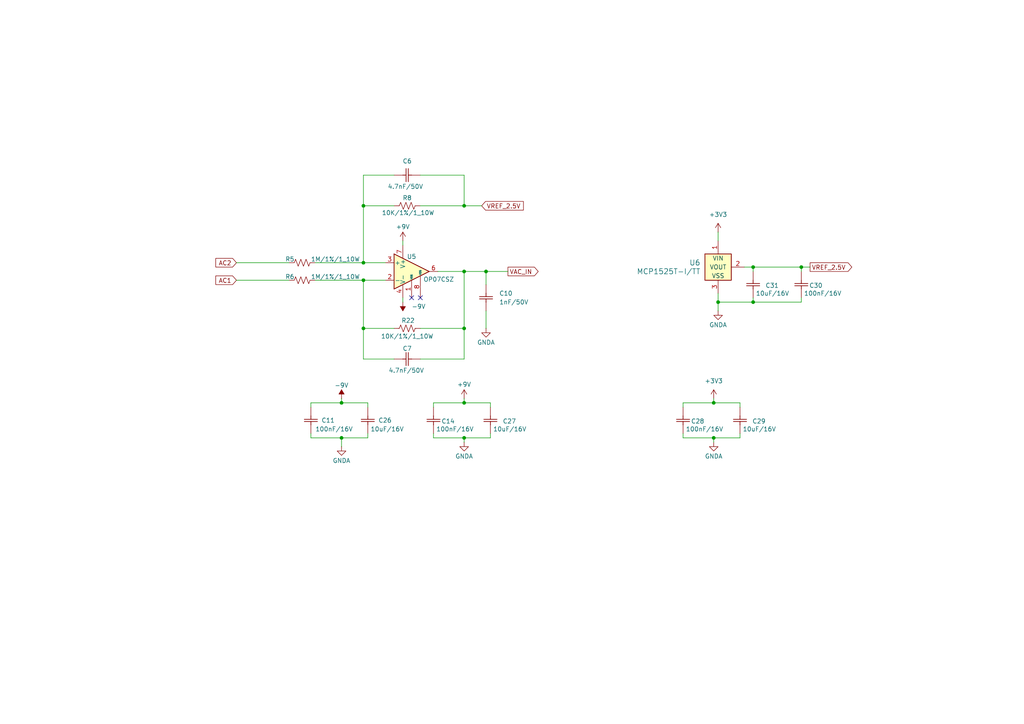
<source format=kicad_sch>
(kicad_sch (version 20231120) (generator "eeschema") (generator_version "8.0")
  (paper "A4")
  (title_block (title "ADC VOLTAGE MEASUREMENT") (date "2024-11-03") (rev "Ver 2.0") (company "Ho Chi Minh City University of Technology - HCMUT") (comment 1 "Design: QUOC THANG - DONG KHOA") (comment 2 "PROJECT 2: PFC & LLC - 350W"))
  (lib_symbols
    (symbol "charge_battery_sym_lib:Ceramic_Cap_SMD_100nF_16V" (pin_numbers hide) (pin_names hide)
      (property "Reference" "C" (at 1.016 2.794 0))
      (property "Value" "100nF/16V" (at 0.254 5.334 0))
      (symbol "Ceramic_Cap_SMD_100nF_16V_1_1"
        (polyline (pts (xy 1.27 0) (xy 2.2098 0)) (stroke (width 0.2032)))
        (polyline (pts (xy 2.2098 -1.905) (xy 2.2098 1.905)) (stroke (width 0.2032)))
        (polyline (pts (xy 2.8448 -1.905) (xy 2.8448 1.905)) (stroke (width 0.2032)))
        (polyline (pts (xy 2.8448 0) (xy 3.81 0)) (stroke (width 0.2032)))
        (pin unspecified line (at -1.27 0 0) (length 2.54) (name "") (number "1"))
        (pin unspecified line (at 6.35 0 180) (length 2.54) (name "") (number "2"))
      )
    )
    (symbol "charge_battery_sym_lib:Ceramic_Cap_SMD_10uF_16V" (pin_numbers hide) (pin_names hide)
      (property "Reference" "C" (at 2.286 2.794 0))
      (property "Value" "10uF/16V" (at 0.254 5.334 0))
      (symbol "Ceramic_Cap_SMD_10uF_16V_1_1"
        (polyline (pts (xy 2.54 0) (xy 3.4798 0)) (stroke (width 0.2032)))
        (polyline (pts (xy 3.4798 -1.905) (xy 3.4798 1.905)) (stroke (width 0.2032)))
        (polyline (pts (xy 4.1148 -1.905) (xy 4.1148 1.905)) (stroke (width 0.2032)))
        (polyline (pts (xy 4.1148 0) (xy 5.08 0)) (stroke (width 0.2032)))
        (pin unspecified line (at 0 0 0) (length 2.54) (name "") (number "1"))
        (pin unspecified line (at 7.62 0 180) (length 2.54) (name "") (number "2"))
      )
    )
    (symbol "charge_battery_sym_lib:Ceramic_Cap_SMD_1nF_50V" (pin_numbers hide) (pin_names hide)
      (property "Reference" "C" (at 1.016 2.794 0))
      (property "Value" "1nF/50V" (at 0.254 5.334 0))
      (symbol "Ceramic_Cap_SMD_1nF_50V_1_1"
        (polyline (pts (xy 1.27 0) (xy 2.2098 0)) (stroke (width 0.2032)))
        (polyline (pts (xy 2.2098 -1.905) (xy 2.2098 1.905)) (stroke (width 0.2032)))
        (polyline (pts (xy 2.8448 -1.905) (xy 2.8448 1.905)) (stroke (width 0.2032)))
        (polyline (pts (xy 2.8448 0) (xy 3.81 0)) (stroke (width 0.2032)))
        (pin unspecified line (at -1.27 0 0) (length 2.54) (name "") (number "1"))
        (pin unspecified line (at 6.35 0 180) (length 2.54) (name "") (number "2"))
      )
    )
    (symbol "charge_battery_sym_lib:Ceramic_Cap_SMD_4.7nF_50V" (pin_numbers hide) (pin_names hide)
      (property "Reference" "C" (at 2.286 2.794 0))
      (property "Value" "4.7nF/50V" (at 0.254 5.334 0))
      (symbol "Ceramic_Cap_SMD_4.7nF_50V_1_1"
        (polyline (pts (xy 2.54 0) (xy 3.4798 0)) (stroke (width 0.2032)))
        (polyline (pts (xy 3.4798 -1.905) (xy 3.4798 1.905)) (stroke (width 0.2032)))
        (polyline (pts (xy 4.1148 -1.905) (xy 4.1148 1.905)) (stroke (width 0.2032)))
        (polyline (pts (xy 4.1148 0) (xy 5.08 0)) (stroke (width 0.2032)))
        (pin unspecified line (at 0 0 0) (length 2.54) (name "") (number "1"))
        (pin unspecified line (at 7.62 0 180) (length 2.54) (name "") (number "2"))
      )
    )
    (symbol "charge_battery_sym_lib:MCP1525T-I_TT" (pin_names (offset 0.254) hide)
      (property "Reference" "U" (at -5.08 6.096 0))
      (property "Value" "MCP1525T-I/TT" (at 10.16 -4.318 0))
      (symbol "MCP1525T-I_TT_0_1"
        (pin unspecified line (at 0 8.89 270) (length 3.81) (name "VIN") (number "1"))
        (pin unspecified line (at 7.62 1.27 180) (length 3.81) (name "VOUT") (number "2"))
        (pin unspecified line (at 0 -6.35 90) (length 3.81) (name "VSS") (number "3"))
      )
      (symbol "MCP1525T-I_TT_1_1"
        (rectangle (start -3.81 5.08) (end 3.81 -2.54) (stroke (width 0.254)) (fill (type background)))
        (text "VIN" (at 0 3.81 0) (effects (font (size 1.27 1.27))))
        (text "VOUT" (at 0 1.27 0) (effects (font (size 1.27 1.27))))
        (text "VSS" (at 0 -1.27 0) (effects (font (size 1.27 1.27))))
      )
    )
    (symbol "charge_battery_sym_lib:OP07CSZ" (pin_names (offset 0.127))
      (property "Reference" "U" (at -1.778 12.954 0))
      (property "Value" "OP07CSZ" (at 9.652 1.27 0))
      (symbol "OP07CSZ_0_1"
        (polyline (pts (xy 0 10.16) (xy 10.16 5.08) (xy 0 0) (xy 0 10.16)) (stroke (width 0.254)) (fill (type background)))
      )
      (symbol "OP07CSZ_1_1"
        (pin input line (at 5.08 -2.54 90) (length 5.08) (name "VOS") (number "1"))
        (pin input line (at -2.54 2.54 0) (length 2.54) (name "-") (number "2"))
        (pin input line (at -2.54 7.62 0) (length 2.54) (name "+") (number "3"))
        (pin power_in line (at 2.54 -2.54 90) (length 3.81) (name "V-") (number "4"))
        (pin no_connect line (at 5.08 7.62 270) (length 2.54) hide (name "NC") (number "5"))
        (pin output line (at 12.7 5.08 180) (length 2.54) (name "~") (number "6"))
        (pin power_in line (at 2.54 12.7 270) (length 3.81) (name "V+") (number "7"))
        (pin input line (at 7.62 -2.54 90) (length 6.35) (name "VOS") (number "8"))
      )
    )
    (symbol "charge_battery_sym_lib:Res_10K_0603_1%" (pin_numbers hide) (pin_names hide)
      (property "Reference" "R" (at 2.794 3.81 0))
      (property "Value" "10K/1%/1_10W" (at 4.064 -2.54 0))
      (symbol "Res_10K_0603_1%_0_1"
        (polyline (pts (xy 1.524 0) (xy 1.27 0)))
        (polyline (pts (xy 6.096 0) (xy 6.35 0)))
        (polyline (pts (xy 1.524 0) (xy 1.905 1.016) (xy 2.286 0) (xy 2.667 -1.016) (xy 3.048 0)))
        (polyline (pts (xy 3.048 0) (xy 3.429 1.016) (xy 3.81 0) (xy 4.191 -1.016) (xy 4.572 0)))
        (polyline (pts (xy 4.572 0) (xy 4.953 1.016) (xy 5.334 0) (xy 5.715 -1.016) (xy 6.096 0)))
      )
      (symbol "Res_10K_0603_1%_1_1"
        (pin passive line (at 0 0 0) (length 1.27) (name "~") (number "1"))
        (pin passive line (at 7.62 0 180) (length 1.27) (name "~") (number "2"))
      )
    )
    (symbol "charge_battery_sym_lib:Res_1M_0603_1%" (pin_numbers hide) (pin_names hide)
      (property "Reference" "R" (at 3.556 2.54 0))
      (property "Value" "1M/1%/1_10W" (at 4.064 -2.54 0))
      (symbol "Res_1M_0603_1%_0_1"
        (polyline (pts (xy 1.524 0) (xy 1.27 0)))
        (polyline (pts (xy 6.096 0) (xy 6.35 0)))
        (polyline (pts (xy 1.524 0) (xy 1.905 1.016) (xy 2.286 0) (xy 2.667 -1.016) (xy 3.048 0)))
        (polyline (pts (xy 3.048 0) (xy 3.429 1.016) (xy 3.81 0) (xy 4.191 -1.016) (xy 4.572 0)))
        (polyline (pts (xy 4.572 0) (xy 4.953 1.016) (xy 5.334 0) (xy 5.715 -1.016) (xy 6.096 0)))
      )
      (symbol "Res_1M_0603_1%_1_1"
        (pin passive line (at 0 0 0) (length 1.27) (name "~") (number "1"))
        (pin passive line (at 7.62 0 180) (length 1.27) (name "~") (number "2"))
      )
    )
    (symbol "power:+3V3" (power) (pin_numbers hide) (pin_names (offset 0) hide)
      (property "Value" "+3V3" (at 0 3.556 0))
      (symbol "+3V3_0_1"
        (polyline (pts (xy -0.762 1.27) (xy 0 2.54)))
        (polyline (pts (xy 0 0) (xy 0 2.54)))
        (polyline (pts (xy 0 2.54) (xy 0.762 1.27)))
      )
      (symbol "+3V3_1_1"
        (pin power_in line (at 0 0 90) (length 0) (name "~") (number "1"))
      )
    )
    (symbol "power:+9V" (power) (pin_numbers hide) (pin_names (offset 0) hide)
      (property "Value" "+9V" (at 0 3.556 0))
      (symbol "+9V_0_1"
        (polyline (pts (xy -0.762 1.27) (xy 0 2.54)))
        (polyline (pts (xy 0 0) (xy 0 2.54)))
        (polyline (pts (xy 0 2.54) (xy 0.762 1.27)))
      )
      (symbol "+9V_1_1"
        (pin power_in line (at 0 0 90) (length 0) (name "~") (number "1"))
      )
    )
    (symbol "power:-9V" (power) (pin_numbers hide) (pin_names (offset 0) hide)
      (property "Value" "-9V" (at 0 3.556 0))
      (symbol "-9V_0_1"
        (polyline (pts (xy 0 0) (xy 0 2.54)))
        (polyline (pts (xy 0.762 1.27) (xy -0.762 1.27) (xy 0 2.54) (xy 0.762 1.27)) (fill (type outline)))
      )
      (symbol "-9V_1_1"
        (pin power_in line (at 0 0 90) (length 0) (name "~") (number "1"))
      )
    )
    (symbol "power:GNDA" (power) (pin_numbers hide) (pin_names (offset 0) hide)
      (property "Value" "GNDA" (at 0 -3.81 0))
      (symbol "GNDA_0_1"
        (polyline (pts (xy 0 0) (xy 0 -1.27) (xy 1.27 -1.27) (xy 0 -2.54) (xy -1.27 -1.27) (xy 0 -1.27)))
      )
      (symbol "GNDA_1_1"
        (pin power_in line (at 0 0 270) (length 0) (name "~") (number "1"))
      )
    )
  )
  (junction (at 207.01 116.84))
  (junction (at 207.01 127))
  (junction (at 232.41 77.47))
  (junction (at 208.28 87.63))
  (junction (at 134.62 78.74))
  (junction (at 99.06 127))
  (junction (at 105.41 81.28))
  (junction (at 105.41 59.69))
  (junction (at 218.44 77.47))
  (junction (at 218.44 87.63))
  (junction (at 105.41 76.2))
  (junction (at 99.06 116.84))
  (junction (at 134.62 95.25))
  (junction (at 134.62 127))
  (junction (at 134.62 116.84))
  (junction (at 105.41 95.25))
  (junction (at 140.97 78.74))
  (junction (at 134.62 59.69))
  (no_connect (at 121.92 86.36))
  (no_connect (at 119.38 86.36))
  (wire (pts (xy 121.92 50.8) (xy 134.62 50.8)))
  (wire (pts (xy 218.44 86.36) (xy 218.44 87.63)))
  (wire (pts (xy 208.28 87.63) (xy 208.28 85.09)))
  (wire (pts (xy 90.17 118.11) (xy 90.17 116.84)))
  (wire (pts (xy 218.44 77.47) (xy 232.41 77.47)))
  (wire (pts (xy 99.06 127) (xy 106.68 127)))
  (wire (pts (xy 207.01 127) (xy 214.63 127)))
  (wire (pts (xy 99.06 116.84) (xy 106.68 116.84)))
  (wire (pts (xy 207.01 115.57) (xy 207.01 116.84)))
  (wire (pts (xy 232.41 87.63) (xy 218.44 87.63)))
  (wire (pts (xy 215.9 77.47) (xy 218.44 77.47)))
  (wire (pts (xy 134.62 50.8) (xy 134.62 59.69)))
  (wire (pts (xy 105.41 59.69) (xy 114.3 59.69)))
  (wire (pts (xy 214.63 125.73) (xy 214.63 127)))
  (wire (pts (xy 140.97 90.17) (xy 140.97 95.25)))
  (wire (pts (xy 90.17 127) (xy 99.06 127)))
  (wire (pts (xy 114.3 104.14) (xy 105.41 104.14)))
  (wire (pts (xy 218.44 87.63) (xy 208.28 87.63)))
  (wire (pts (xy 198.12 125.73) (xy 198.12 127)))
  (wire (pts (xy 116.84 69.85) (xy 116.84 71.12)))
  (wire (pts (xy 134.62 78.74) (xy 140.97 78.74)))
  (wire (pts (xy 232.41 86.36) (xy 232.41 87.63)))
  (wire (pts (xy 68.58 76.2) (xy 83.82 76.2)))
  (wire (pts (xy 134.62 115.57) (xy 134.62 116.84)))
  (wire (pts (xy 91.44 76.2) (xy 105.41 76.2)))
  (wire (pts (xy 105.41 59.69) (xy 105.41 76.2)))
  (wire (pts (xy 232.41 77.47) (xy 234.95 77.47)))
  (wire (pts (xy 198.12 118.11) (xy 198.12 116.84)))
  (wire (pts (xy 114.3 50.8) (xy 105.41 50.8)))
  (wire (pts (xy 105.41 50.8) (xy 105.41 59.69)))
  (wire (pts (xy 121.92 59.69) (xy 134.62 59.69)))
  (wire (pts (xy 140.97 78.74) (xy 140.97 82.55)))
  (wire (pts (xy 198.12 127) (xy 207.01 127)))
  (wire (pts (xy 134.62 78.74) (xy 134.62 95.25)))
  (wire (pts (xy 106.68 116.84) (xy 106.68 118.11)))
  (wire (pts (xy 105.41 81.28) (xy 111.76 81.28)))
  (wire (pts (xy 218.44 77.47) (xy 218.44 78.74)))
  (wire (pts (xy 134.62 127) (xy 142.24 127)))
  (wire (pts (xy 105.41 104.14) (xy 105.41 95.25)))
  (wire (pts (xy 91.44 81.28) (xy 105.41 81.28)))
  (wire (pts (xy 134.62 116.84) (xy 142.24 116.84)))
  (wire (pts (xy 121.92 95.25) (xy 134.62 95.25)))
  (wire (pts (xy 134.62 59.69) (xy 139.7 59.69)))
  (wire (pts (xy 125.73 127) (xy 134.62 127)))
  (wire (pts (xy 90.17 125.73) (xy 90.17 127)))
  (wire (pts (xy 106.68 125.73) (xy 106.68 127)))
  (wire (pts (xy 99.06 129.54) (xy 99.06 127)))
  (wire (pts (xy 207.01 116.84) (xy 214.63 116.84)))
  (wire (pts (xy 68.58 81.28) (xy 83.82 81.28)))
  (wire (pts (xy 207.01 128.27) (xy 207.01 127)))
  (wire (pts (xy 116.84 86.36) (xy 116.84 87.63)))
  (wire (pts (xy 121.92 104.14) (xy 134.62 104.14)))
  (wire (pts (xy 198.12 116.84) (xy 207.01 116.84)))
  (wire (pts (xy 125.73 118.11) (xy 125.73 116.84)))
  (wire (pts (xy 214.63 116.84) (xy 214.63 118.11)))
  (wire (pts (xy 125.73 116.84) (xy 134.62 116.84)))
  (wire (pts (xy 134.62 128.27) (xy 134.62 127)))
  (wire (pts (xy 99.06 115.57) (xy 99.06 116.84)))
  (wire (pts (xy 232.41 77.47) (xy 232.41 78.74)))
  (wire (pts (xy 140.97 78.74) (xy 147.32 78.74)))
  (wire (pts (xy 125.73 125.73) (xy 125.73 127)))
  (wire (pts (xy 208.28 67.31) (xy 208.28 69.85)))
  (wire (pts (xy 208.28 90.17) (xy 208.28 87.63)))
  (wire (pts (xy 127 78.74) (xy 134.62 78.74)))
  (wire (pts (xy 105.41 76.2) (xy 111.76 76.2)))
  (wire (pts (xy 142.24 125.73) (xy 142.24 127)))
  (wire (pts (xy 90.17 116.84) (xy 99.06 116.84)))
  (wire (pts (xy 105.41 95.25) (xy 114.3 95.25)))
  (wire (pts (xy 142.24 116.84) (xy 142.24 118.11)))
  (wire (pts (xy 134.62 95.25) (xy 134.62 104.14)))
  (wire (pts (xy 105.41 81.28) (xy 105.41 95.25)))
  (global_label "AC1" (shape input) (at 68.58 81.28 180) (property "Intersheetrefs" "${INTERSHEET_REFS}" (effects (hide yes))))
  (global_label "AC2" (shape input) (at 68.58 76.2 180) (property "Intersheetrefs" "${INTERSHEET_REFS}" (effects (hide yes))))
  (global_label "VAC_IN" (shape output) (at 147.32 78.74 0) (property "Intersheetrefs" "${INTERSHEET_REFS}" (effects (hide yes))))
  (global_label "VREF_2.5V" (shape output) (at 234.95 77.47 0) (property "Intersheetrefs" "${INTERSHEET_REFS}" (effects (hide yes))))
  (global_label "VREF_2.5V" (shape input) (at 139.7 59.69 0) (property "Intersheetrefs" "${INTERSHEET_REFS}" (effects (hide yes))))
  (symbol (lib_id "charge_battery_sym_lib:Ceramic_Cap_SMD_4.7nF_50V") (at 114.3 50.8 0) (unit 1)
    (property "Reference" "C6" (at 118.11 46.736 0))
    (property "Value" "4.7nF/50V" (at 117.602 54.102 0))
    (property "Footprint" "charge_battery_footprint_lib:Ceramic_Cap_0603" (effects (hide yes)))
    (property "Description" "10%, 0603 (1608 Metric)" (effects (hide yes)))
    (property "Supply name" "Thegioiic" (effects (hide yes)))
    (property "Supply part number" "Tụ Gốm 0603 4.7nF 50V" (effects (hide yes)))
    (property "Supply URL" "https://www.thegioiic.com/tu-gom-0603-4-7nf-50v" (effects (hide yes)))
  )
  (symbol (lib_id "charge_battery_sym_lib:Ceramic_Cap_SMD_100nF_16V") (at 198.12 124.46 90) (unit 1)
    (property "Reference" "C28" (at 200.406 122.174 90) (effects (justify right)))
    (property "Value" "100nF/16V" (at 198.882 124.46 90) (effects (justify right)))
    (property "Footprint" "charge_battery_footprint_lib:Ceramic_Cap_0603" (effects (hide yes)))
    (property "Datasheet" "https://www.mouser.vn/datasheet/2/40/KYOCERA_AutoMLCCKAM-3106308.pdf" (effects (hide yes)))
    (property "Description" "10%, 0603 (1608 Metric)" (effects (hide yes)))
    (property "Supply name" "Thegioiic" (effects (hide yes)))
    (property "Supply part number" "Tụ Gốm 0603 100nF (0.1uF) 16V" (effects (hide yes)))
    (property "Supply URL" "https://www.thegioiic.com/tu-gom-0603-100nf-0-1uf-16v" (effects (hide yes)))
  )
  (symbol (lib_id "charge_battery_sym_lib:Res_10K_0603_1%") (at 114.3 95.25 0) (unit 1)
    (property "Reference" "R22" (at 118.364 92.964 0))
    (property "Value" "10K/1%/1_10W" (at 118.11 97.536 0))
    (property "Footprint" "charge_battery_footprint_lib:Res_0603" (effects (hide yes)))
    (property "Datasheet" "https://fscdn.rohm.com/en/products/databook/datasheet/passive/resistor/chip_resistor/esr-e.pdf" (effects (hide yes)))
    (property "Description" "Res 10 KOhm 0603 1%" (effects (hide yes)))
    (property "Supply name" "Thegioiic" (effects (hide yes)))
    (property "Supply part number" "Điện Trở 10 KOhm 0603 1%" (effects (hide yes)))
    (property "Supply URL" "https://www.thegioiic.com/dien-tro-10-kohm-0603-1-" (effects (hide yes)))
  )
  (symbol (lib_id "charge_battery_sym_lib:Res_1M_0603_1%") (at 83.82 76.2 0) (unit 1)
    (property "Reference" "R5" (at 84.074 75.184 0))
    (property "Value" "1M/1%/1_10W" (at 97.282 75.184 0))
    (property "Footprint" "charge_battery_footprint_lib:Res_0603" (effects (hide yes)))
    (property "Description" "Res 1MOhm 0603 1%" (effects (hide yes)))
    (property "Supply name" "Thegioiic" (effects (hide yes)))
    (property "Supply part number" "Điện Trở 1 MOhm 0603 1%" (effects (hide yes)))
    (property "Supply URL" "https://www.thegioiic.com/dien-tro-1-mohm-0603-1-" (effects (hide yes)))
  )
  (symbol (lib_id "charge_battery_sym_lib:Ceramic_Cap_SMD_10uF_16V") (at 106.68 125.73 90) (unit 1)
    (property "Reference" "C26" (at 109.728 121.92 90) (effects (justify right)))
    (property "Value" "10uF/16V" (at 107.442 124.46 90) (effects (justify right)))
    (property "Footprint" "charge_battery_footprint_lib:Ceramic_Cap_0603" (effects (hide yes)))
    (property "Datasheet" "https://www.mouser.vn/datasheet/2/40/KYOCERA_AutoMLCCKAM-3106308.pdf" (effects (hide yes)))
    (property "Description" "10%, 0603 (1608 Metric)" (effects (hide yes)))
    (property "Supply name" "Thegioiic" (effects (hide yes)))
    (property "Supply part number" "Tụ Gốm 0603 10uF 16V" (effects (hide yes)))
    (property "Supply URL" "https://www.thegioiic.com/tu-gom-0603-10uf-16v" (effects (hide yes)))
  )
  (symbol (lib_id "power:GNDA") (at 207.01 128.27 0) (unit 1)
    (property "Reference" "#PWR023" (effects (hide yes)))
    (property "Value" "GNDA" (at 207.01 132.334 0))
    (property "Description" "Power symbol creates a global label with name \"GNDA\" , analog ground" (effects (hide yes)))
  )
  (symbol (lib_id "charge_battery_sym_lib:Ceramic_Cap_SMD_1nF_50V") (at 140.97 88.9 90) (unit 1)
    (property "Reference" "C10" (at 144.78 85.0899 90) (effects (justify right)))
    (property "Value" "1nF/50V" (at 144.78 87.6299 90) (effects (justify right)))
    (property "Footprint" "charge_battery_footprint_lib:Ceramic_Cap_0603" (effects (hide yes)))
    (property "Datasheet" "https://www.mouser.vn/datasheet/2/40/KYOCERA_AutoMLCCKAM-3106308.pdf" (effects (hide yes)))
    (property "Description" "10%, 0603 (1608 Metric)" (effects (hide yes)))
    (property "Supply name" "Thegioiic" (effects (hide yes)))
    (property "Supply part number" "Tụ Gốm 0603 1nF 50V" (effects (hide yes)))
    (property "Supply URL" "https://www.thegioiic.com/tu-gom-0603-1nf-50v" (effects (hide yes)))
  )
  (symbol (lib_id "power:GNDA") (at 208.28 90.17 0) (unit 1)
    (property "Reference" "#PWR021" (effects (hide yes)))
    (property "Value" "GNDA" (at 208.28 94.234 0))
    (property "Description" "Power symbol creates a global label with name \"GNDA\" , analog ground" (effects (hide yes)))
  )
  (symbol (lib_id "charge_battery_sym_lib:Res_1M_0603_1%") (at 83.82 81.28 0) (unit 1)
    (property "Reference" "R6" (at 84.074 80.264 0))
    (property "Value" "1M/1%/1_10W" (at 97.282 80.264 0))
    (property "Footprint" "charge_battery_footprint_lib:Res_0603" (effects (hide yes)))
    (property "Description" "Res 1MOhm 0603 1%" (effects (hide yes)))
    (property "Supply name" "Thegioiic" (effects (hide yes)))
    (property "Supply part number" "Điện Trở 1 MOhm 0603 1%" (effects (hide yes)))
    (property "Supply URL" "https://www.thegioiic.com/dien-tro-1-mohm-0603-1-" (effects (hide yes)))
  )
  (symbol (lib_id "charge_battery_sym_lib:Ceramic_Cap_SMD_10uF_16V") (at 218.44 86.36 90) (unit 1)
    (property "Reference" "C31" (at 221.996 82.804 90) (effects (justify right)))
    (property "Value" "10uF/16V" (at 219.202 85.09 90) (effects (justify right)))
    (property "Footprint" "charge_battery_footprint_lib:Ceramic_Cap_0603" (effects (hide yes)))
    (property "Datasheet" "https://www.mouser.vn/datasheet/2/40/KYOCERA_AutoMLCCKAM-3106308.pdf" (effects (hide yes)))
    (property "Description" "10%, 0603 (1608 Metric)" (effects (hide yes)))
    (property "Supply name" "Thegioiic" (effects (hide yes)))
    (property "Supply part number" "Tụ Gốm 0603 10uF 16V" (effects (hide yes)))
    (property "Supply URL" "https://www.thegioiic.com/tu-gom-0603-10uf-16v" (effects (hide yes)))
  )
  (symbol (lib_id "charge_battery_sym_lib:OP07CSZ") (at 114.3 83.82 0) (unit 1)
    (property "Reference" "U5" (at 119.38 74.422 0))
    (property "Value" "OP07CSZ" (at 127.254 81.026 0))
    (property "Footprint" "charge_battery_footprint_lib:SOIC-8" (effects (hide yes)))
    (property "Datasheet" "https://www.analog.com/media/en/technical-documentation/data-sheets/OP07.pdf" (effects (hide yes)))
    (property "Description" "OP07CSZ IC OPAMP General Purpose Amplifier 1 Circuit 600Khz, 8-SOIC" (effects (hide yes)))
    (property "Supply name " "Thegioiic" (effects (hide yes)))
    (property "Supply part number" "OP07CSZ IC OPAMP General Purpose Amplifier" (effects (hide yes)))
    (property "Supply URL" "https://www.thegioiic.com/op07csz-ic-opamp-general-purpose-amplifier-1-circuit-600khz-8-soic" (effects (hide yes)))
  )
  (symbol (lib_id "power:GNDA") (at 99.06 129.54 0) (unit 1)
    (property "Reference" "#PWR018" (effects (hide yes)))
    (property "Value" "GNDA" (at 99.06 133.604 0))
    (property "Description" "Power symbol creates a global label with name \"GNDA\" , analog ground" (effects (hide yes)))
  )
  (symbol (lib_id "charge_battery_sym_lib:Ceramic_Cap_SMD_100nF_16V") (at 90.17 124.46 90) (unit 1)
    (property "Reference" "C11" (at 93.218 121.92 90) (effects (justify right)))
    (property "Value" "100nF/16V" (at 91.44 124.46 90) (effects (justify right)))
    (property "Footprint" "charge_battery_footprint_lib:Ceramic_Cap_0603" (effects (hide yes)))
    (property "Datasheet" "https://www.mouser.vn/datasheet/2/40/KYOCERA_AutoMLCCKAM-3106308.pdf" (effects (hide yes)))
    (property "Description" "10%, 0603 (1608 Metric)" (effects (hide yes)))
    (property "Supply name" "Thegioiic" (effects (hide yes)))
    (property "Supply part number" "Tụ Gốm 0603 100nF (0.1uF) 16V" (effects (hide yes)))
    (property "Supply URL" "https://www.thegioiic.com/tu-gom-0603-100nf-0-1uf-16v" (effects (hide yes)))
  )
  (symbol (lib_id "power:+3V3") (at 208.28 67.31 0) (unit 1)
    (property "Reference" "#PWR012" (effects (hide yes)))
    (property "Value" "+3V3" (at 208.28 62.23 0))
    (property "Description" "Power symbol creates a global label with name \"+3V3\"" (effects (hide yes)))
  )
  (symbol (lib_id "charge_battery_sym_lib:Ceramic_Cap_SMD_10uF_16V") (at 142.24 125.73 90) (unit 1)
    (property "Reference" "C27" (at 145.796 122.174 90) (effects (justify right)))
    (property "Value" "10uF/16V" (at 143.002 124.46 90) (effects (justify right)))
    (property "Footprint" "charge_battery_footprint_lib:Ceramic_Cap_0603" (effects (hide yes)))
    (property "Datasheet" "https://www.mouser.vn/datasheet/2/40/KYOCERA_AutoMLCCKAM-3106308.pdf" (effects (hide yes)))
    (property "Description" "10%, 0603 (1608 Metric)" (effects (hide yes)))
    (property "Supply name" "Thegioiic" (effects (hide yes)))
    (property "Supply part number" "Tụ Gốm 0603 10uF 16V" (effects (hide yes)))
    (property "Supply URL" "https://www.thegioiic.com/tu-gom-0603-10uf-16v" (effects (hide yes)))
  )
  (symbol (lib_id "charge_battery_sym_lib:Res_10K_0603_1%") (at 114.3 59.69 0) (unit 1)
    (property "Reference" "R8" (at 118.11 57.404 0))
    (property "Value" "10K/1%/1_10W" (at 118.364 61.722 0))
    (property "Footprint" "charge_battery_footprint_lib:Res_0603" (effects (hide yes)))
    (property "Datasheet" "https://fscdn.rohm.com/en/products/databook/datasheet/passive/resistor/chip_resistor/esr-e.pdf" (effects (hide yes)))
    (property "Description" "Res 10 KOhm 0603 1%" (effects (hide yes)))
    (property "Supply name" "Thegioiic" (effects (hide yes)))
    (property "Supply part number" "Điện Trở 10 KOhm 0603 1%" (effects (hide yes)))
    (property "Supply URL" "https://www.thegioiic.com/dien-tro-10-kohm-0603-1-" (effects (hide yes)))
  )
  (symbol (lib_id "charge_battery_sym_lib:Ceramic_Cap_SMD_10uF_16V") (at 214.63 125.73 90) (unit 1)
    (property "Reference" "C29" (at 218.186 122.174 90) (effects (justify right)))
    (property "Value" "10uF/16V" (at 215.392 124.46 90) (effects (justify right)))
    (property "Footprint" "charge_battery_footprint_lib:Ceramic_Cap_0603" (effects (hide yes)))
    (property "Datasheet" "https://www.mouser.vn/datasheet/2/40/KYOCERA_AutoMLCCKAM-3106308.pdf" (effects (hide yes)))
    (property "Description" "10%, 0603 (1608 Metric)" (effects (hide yes)))
    (property "Supply name" "Thegioiic" (effects (hide yes)))
    (property "Supply part number" "Tụ Gốm 0603 10uF 16V" (effects (hide yes)))
    (property "Supply URL" "https://www.thegioiic.com/tu-gom-0603-10uf-16v" (effects (hide yes)))
  )
  (symbol (lib_id "power:+9V") (at 134.62 115.57 0) (unit 1)
    (property "Reference" "#PWR019" (effects (hide yes)))
    (property "Value" "+9V" (at 134.62 111.506 0))
    (property "Description" "Power symbol creates a global label with name \"+9V\"" (effects (hide yes)))
  )
  (symbol (lib_id "charge_battery_sym_lib:Ceramic_Cap_SMD_100nF_16V") (at 125.73 124.46 90) (unit 1)
    (property "Reference" "C14" (at 128.016 122.174 90) (effects (justify right)))
    (property "Value" "100nF/16V" (at 126.492 124.46 90) (effects (justify right)))
    (property "Footprint" "charge_battery_footprint_lib:Ceramic_Cap_0603" (effects (hide yes)))
    (property "Datasheet" "https://www.mouser.vn/datasheet/2/40/KYOCERA_AutoMLCCKAM-3106308.pdf" (effects (hide yes)))
    (property "Description" "10%, 0603 (1608 Metric)" (effects (hide yes)))
    (property "Supply name" "Thegioiic" (effects (hide yes)))
    (property "Supply part number" "Tụ Gốm 0603 100nF (0.1uF) 16V" (effects (hide yes)))
    (property "Supply URL" "https://www.thegioiic.com/tu-gom-0603-100nf-0-1uf-16v" (effects (hide yes)))
  )
  (symbol (lib_id "power:GNDA") (at 134.62 128.27 0) (unit 1)
    (property "Reference" "#PWR020" (effects (hide yes)))
    (property "Value" "GNDA" (at 134.62 132.334 0))
    (property "Description" "Power symbol creates a global label with name \"GNDA\" , analog ground" (effects (hide yes)))
  )
  (symbol (lib_id "power:+9V") (at 116.84 69.85 0) (unit 1)
    (property "Reference" "#PWR013" (effects (hide yes)))
    (property "Value" "+9V" (at 116.84 65.786 0))
    (property "Description" "Power symbol creates a global label with name \"+9V\"" (effects (hide yes)))
  )
  (symbol (lib_id "charge_battery_sym_lib:Ceramic_Cap_SMD_100nF_16V") (at 232.41 85.09 90) (unit 1)
    (property "Reference" "C30" (at 234.696 82.804 90) (effects (justify right)))
    (property "Value" "100nF/16V" (at 233.172 85.09 90) (effects (justify right)))
    (property "Footprint" "charge_battery_footprint_lib:Ceramic_Cap_0603" (effects (hide yes)))
    (property "Datasheet" "https://www.mouser.vn/datasheet/2/40/KYOCERA_AutoMLCCKAM-3106308.pdf" (effects (hide yes)))
    (property "Description" "10%, 0603 (1608 Metric)" (effects (hide yes)))
    (property "Supply name" "Thegioiic" (effects (hide yes)))
    (property "Supply part number" "Tụ Gốm 0603 100nF (0.1uF) 16V" (effects (hide yes)))
    (property "Supply URL" "https://www.thegioiic.com/tu-gom-0603-100nf-0-1uf-16v" (effects (hide yes)))
  )
  (symbol (lib_id "power:-9V") (at 99.06 115.57 0) (unit 1)
    (property "Reference" "#PWR017" (effects (hide yes)))
    (property "Value" "-9V" (at 99.06 111.76 0))
    (property "Description" "Power symbol creates a global label with name \"-9V\"" (effects (hide yes)))
  )
  (symbol (lib_id "charge_battery_sym_lib:Ceramic_Cap_SMD_4.7nF_50V") (at 114.3 104.14 0) (unit 1)
    (property "Reference" "C7" (at 118.11 101.092 0))
    (property "Value" "4.7nF/50V" (at 117.856 107.442 0))
    (property "Footprint" "charge_battery_footprint_lib:Ceramic_Cap_0603" (effects (hide yes)))
    (property "Description" "10%, 0603 (1608 Metric)" (effects (hide yes)))
    (property "Supply name" "Thegioiic" (effects (hide yes)))
    (property "Supply part number" "Tụ Gốm 0603 4.7nF 50V" (effects (hide yes)))
    (property "Supply URL" "https://www.thegioiic.com/tu-gom-0603-4-7nf-50v" (effects (hide yes)))
  )
  (symbol (lib_id "power:-9V") (at 116.84 87.63 180) (unit 1)
    (property "Reference" "#PWR011" (effects (hide yes)))
    (property "Value" "-9V" (at 119.38 88.8999 0) (effects (justify right)))
    (property "Description" "Power symbol creates a global label with name \"-9V\"" (effects (hide yes)))
  )
  (symbol (lib_id "power:GNDA") (at 140.97 95.25 0) (unit 1)
    (property "Reference" "#PWR014" (effects (hide yes)))
    (property "Value" "GNDA" (at 140.97 99.314 0))
    (property "Description" "Power symbol creates a global label with name \"GNDA\" , analog ground" (effects (hide yes)))
  )
  (symbol (lib_id "power:+3V3") (at 207.01 115.57 0) (unit 1)
    (property "Reference" "#PWR022" (effects (hide yes)))
    (property "Value" "+3V3" (at 207.01 110.49 0))
    (property "Description" "Power symbol creates a global label with name \"+3V3\"" (effects (hide yes)))
  )
  (symbol (lib_id "charge_battery_sym_lib:MCP1525T-I_TT") (at 208.28 78.74 0) (unit 1)
    (property "Reference" "U6" (at 203.2 76.1999 0) (effects (font (size 1.524 1.524)) (justify right)))
    (property "Value" "MCP1525T-I/TT" (at 203.2 78.7399 0) (effects (font (size 1.524 1.524)) (justify right)))
    (property "Footprint" "charge_battery_footprint_lib:SOT23" (effects (hide yes)))
    (property "Datasheet" "https://ww1.microchip.com/downloads/aemDocuments/documents/APID/ProductDocuments/DataSheets/21653C.pdf" (effects (hide yes)))
    (property "Description" "2.5V Voltage References" (effects (hide yes)))
    (property "Supply name" "Thegioiic" (effects (hide yes)))
    (property "Supply part number" "MCP1525T-I/TT IC Tham Chiếu Điện Áp 2.5V SOT-23" (effects (hide yes)))
    (property "Supply URL" "https://www.thegioiic.com/mcp1525t-i-tt-ic-tham-chieu-dien-ap-2-5v-sot-23" (effects (hide yes)))
  )
)
</source>
